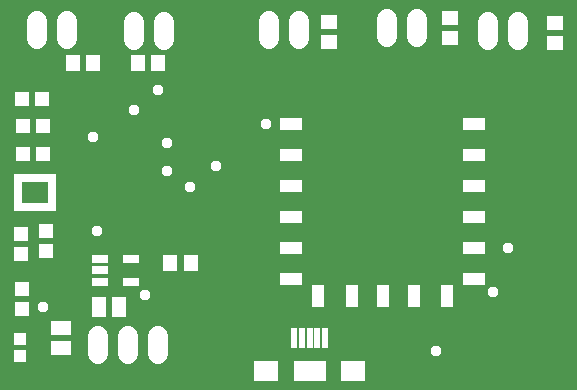
<source format=gbr>
G04 EAGLE Gerber RS-274X export*
G75*
%MOMM*%
%FSLAX34Y34*%
%LPD*%
%INSoldermask Top*%
%IPNEG*%
%AMOC8*
5,1,8,0,0,1.08239X$1,22.5*%
G01*
%ADD10R,1.203200X1.303200*%
%ADD11C,1.727200*%
%ADD12R,1.303200X1.203200*%
%ADD13R,1.651000X1.168400*%
%ADD14R,1.168400X1.651000*%
%ADD15R,0.603200X1.653200*%
%ADD16R,2.000000X1.700000*%
%ADD17R,2.700000X1.700000*%
%ADD18R,1.003200X1.003200*%
%ADD19R,1.208800X1.403197*%
%ADD20R,1.403197X1.208800*%
%ADD21R,1.981200X1.117600*%
%ADD22R,1.117600X1.981200*%
%ADD23R,0.473200X0.653200*%
%ADD24R,0.653200X0.473200*%
%ADD25R,1.403200X0.803200*%
%ADD26C,0.959600*%


D10*
X43100Y141400D03*
X43100Y124400D03*
D11*
X60250Y304130D02*
X60250Y319370D01*
X34850Y319370D02*
X34850Y304130D01*
X142600Y303030D02*
X142600Y318270D01*
X117200Y318270D02*
X117200Y303030D01*
X256600Y304280D02*
X256600Y319520D01*
X231200Y319520D02*
X231200Y304280D01*
X356850Y305530D02*
X356850Y320770D01*
X331450Y320770D02*
X331450Y305530D01*
X442100Y303030D02*
X442100Y318270D01*
X416700Y318270D02*
X416700Y303030D01*
X137600Y53020D02*
X137600Y37780D01*
X112200Y37780D02*
X112200Y53020D01*
X86800Y53020D02*
X86800Y37780D01*
D12*
X22550Y252900D03*
X39550Y252900D03*
X23450Y230400D03*
X40450Y230400D03*
X22850Y206400D03*
X39850Y206400D03*
D10*
X21500Y138900D03*
X21500Y121900D03*
D13*
X55600Y59005D03*
X55600Y42495D03*
D14*
X87595Y77000D03*
X104105Y77000D03*
D15*
X265850Y50550D03*
X259350Y50550D03*
X252850Y50550D03*
X272350Y50550D03*
X278850Y50550D03*
D16*
X229010Y23300D03*
X302690Y23300D03*
D17*
X265850Y23300D03*
D18*
X21050Y50500D03*
X21050Y35500D03*
D19*
X65372Y283700D03*
X82428Y283700D03*
X120622Y283700D03*
X137678Y283700D03*
D20*
X281900Y301422D03*
X281900Y318478D03*
X384650Y305172D03*
X384650Y322228D03*
X473850Y318028D03*
X473850Y300972D03*
D19*
X165128Y114500D03*
X148072Y114500D03*
D12*
X22000Y92200D03*
X22000Y75200D03*
D21*
X250350Y153500D03*
X250350Y206000D03*
X250350Y127250D03*
X250350Y179750D03*
X250350Y232250D03*
X250350Y101000D03*
X405350Y179750D03*
X405350Y153500D03*
X405350Y127250D03*
X405350Y206000D03*
X405350Y232250D03*
X405350Y101000D03*
D22*
X273350Y86500D03*
X301350Y86500D03*
X327850Y86500D03*
X354350Y86500D03*
X382350Y86500D03*
D23*
X48450Y162150D03*
D24*
X48150Y167950D03*
X48150Y172250D03*
X48150Y176550D03*
X48150Y180850D03*
D23*
X48450Y186650D03*
X44150Y186650D03*
X39850Y186650D03*
X35550Y186650D03*
X31250Y186650D03*
X26950Y186650D03*
X22650Y186650D03*
X18350Y186650D03*
D24*
X18650Y180850D03*
X18650Y176550D03*
X18650Y172250D03*
X18650Y167950D03*
D23*
X18350Y162150D03*
X22650Y162150D03*
X26950Y162150D03*
X31250Y162150D03*
X35550Y162150D03*
X39850Y162150D03*
X44150Y162150D03*
D25*
X114710Y117700D03*
X114710Y98700D03*
X88590Y117700D03*
X88590Y108200D03*
X88590Y98700D03*
D26*
X86250Y141250D03*
X228750Y232500D03*
X40000Y77500D03*
X126250Y87500D03*
X372500Y40000D03*
X145000Y216250D03*
X117500Y243750D03*
X433750Y127500D03*
X145000Y192500D03*
X421250Y90000D03*
X137500Y261250D03*
X186250Y196250D03*
X82500Y221250D03*
X165000Y178750D03*
M02*

</source>
